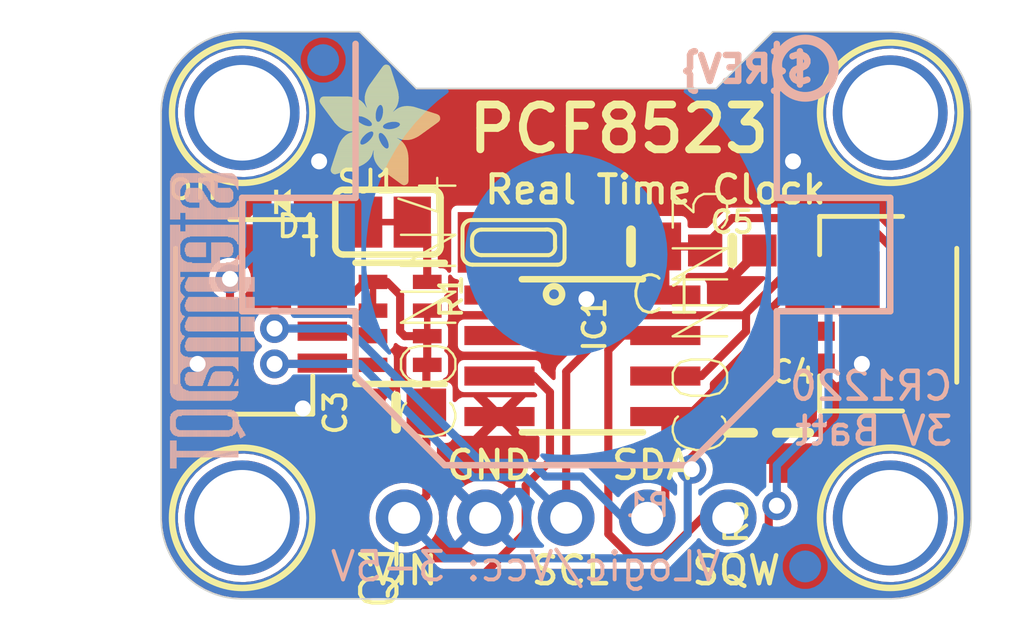
<source format=kicad_pcb>
(kicad_pcb (version 20221018) (generator pcbnew)
  (layers (0 "F.Cu" signal) (1 "In1.Cu" signal) (2 "In2.Cu" signal) (3 "In3.Cu" signal) (4 "In4.Cu" signal) (5 "In5.Cu" signal) (6 "In6.Cu" signal) (7 "In7.Cu" signal) (8 "In8.Cu" signal) (9 "In9.Cu" signal) (10 "In10.Cu" signal) (11 "In11.Cu" signal) (12 "In12.Cu" signal) (13 "In13.Cu" signal) (14 "In14.Cu" signal) (31 "B.Cu" signal) (34 "B.Paste" user) (35 "F.Paste" user) (36 "B.SilkS" user "B.Silkscreen") (37 "F.SilkS" user "F.Silkscreen") (38 "B.Mask" user) (39 "F.Mask" user) (44 "Edge.Cuts" user))
  (net 0 "")
  (net 1 "GND")
  (net 2 "VCC")
  (net 3 "SDA")
  (net 4 "SCL")
  (net 5 "N$14")
  (net 6 "N$15")
  (net 7 "VBAT")
  (net 8 "SQW")
  (net 9 "VDD")
  (net 10 "N$4")
  (net 11 "N$1")
  (footprint "working:MOUNTINGHOLE_3.0_PLATEDTHIN" (layer "F.Cu") (at 138.3411 98.6536)
    (fp_text reference "U$9" hide)
    (fp_text value "MOUNTINGHOLE3.0THIN" hide)
    (pad "P$1" thru_hole circle (at 0 0) (size 3.6 3.6) (drill 3) (layers "*.Cu" "*.Mask"))
    (zone (net 0) (net_name "") (layer "F.Cu") (connect_pads (clearance 0)) (min_thickness 0.25)
      (keepout (tracks not_allowed) (vias not_allowed) (pads not_allowed) (copperpour not_allowed) (footprints allowed))
      (fill (thermal_gap 0.5) (thermal_bridge_width 0.5))
      (polygon (pts (xy 140.3571 98.6536) (xy 140.33748 98.373027) (xy 140.279004 98.097915) (xy 140.182808 97.833619) (xy 140.050765 97.585283) (xy 139.885446 97.35774) (xy 139.690067 97.15542) (xy 139.468433 96.98226) (xy 139.224856 96.841631) (xy 138.964078 96.73627) (xy 138.691175 96.668228) (xy 138.411457 96.638828) (xy 138.130371 96.648644) (xy 137.853385 96.697484) (xy 137.585893 96.784397) (xy 137.3331 96.907693) (xy 137.099926 97.06497) (xy 136.890911 97.253169) (xy 136.710122 97.468625) (xy 136.561078 97.707145) (xy 136.44668 97.964087) (xy 136.369154 98.23445) (xy 136.330011 98.512971) (xy 136.330011 98.794229) (xy 136.369154 99.07275) (xy 136.44668 99.343113) (xy 136.561078 99.600055) (xy 136.710122 99.838575) (xy 136.890911 100.054031) (xy 137.099926 100.24223) (xy 137.3331 100.399507) (xy 137.585893 100.522803) (xy 137.853385 100.609716) (xy 138.130371 100.658556) (xy 138.411457 100.668372) (xy 138.691175 100.638972) (xy 138.964078 100.57093) (xy 139.224856 100.465569) (xy 139.468433 100.32494) (xy 139.690067 100.15178) (xy 139.885446 99.94946) (xy 140.050765 99.721917) (xy 140.182808 99.473581) (xy 140.279004 99.209285) (xy 140.33748 98.934173)))
      (polygon (pts (xy 138.3251 98.6536) (xy 138.329786 98.664914) (xy 138.3411 98.6696) (xy 138.352414 98.664914) (xy 138.3571 98.6536) (xy 138.352414 98.642286) (xy 138.3411 98.6376) (xy 138.329786 98.642286)))
    )
    (zone (net 0) (net_name "") (layer "B.Cu") (connect_pads (clearance 0)) (min_thickness 0.25)
      (keepout (tracks not_allowed) (vias not_allowed) (pads not_allowed) (copperpour not_allowed) (footprints allowed))
      (fill (thermal_gap 0.5) (thermal_bridge_width 0.5))
      (polygon (pts (xy 140.3571 98.6536) (xy 140.33748 98.373027) (xy 140.279004 98.097915) (xy 140.182808 97.833619) (xy 140.050765 97.585283) (xy 139.885446 97.35774) (xy 139.690067 97.15542) (xy 139.468433 96.98226) (xy 139.224856 96.841631) (xy 138.964078 96.73627) (xy 138.691175 96.668228) (xy 138.411457 96.638828) (xy 138.130371 96.648644) (xy 137.853385 96.697484) (xy 137.585893 96.784397) (xy 137.3331 96.907693) (xy 137.099926 97.06497) (xy 136.890911 97.253169) (xy 136.710122 97.468625) (xy 136.561078 97.707145) (xy 136.44668 97.964087) (xy 136.369154 98.23445) (xy 136.330011 98.512971) (xy 136.330011 98.794229) (xy 136.369154 99.07275) (xy 136.44668 99.343113) (xy 136.561078 99.600055) (xy 136.710122 99.838575) (xy 136.890911 100.054031) (xy 137.099926 100.24223) (xy 137.3331 100.399507) (xy 137.585893 100.522803) (xy 137.853385 100.609716) (xy 138.130371 100.658556) (xy 138.411457 100.668372) (xy 138.691175 100.638972) (xy 138.964078 100.57093) (xy 139.224856 100.465569) (xy 139.468433 100.32494) (xy 139.690067 100.15178) (xy 139.885446 99.94946) (xy 140.050765 99.721917) (xy 140.182808 99.473581) (xy 140.279004 99.209285) (xy 140.33748 98.934173)))
      (polygon (pts (xy 138.3251 98.6536) (xy 138.329786 98.664914) (xy 138.3411 98.6696) (xy 138.352414 98.664914) (xy 138.3571 98.6536) (xy 138.352414 98.642286) (xy 138.3411 98.6376) (xy 138.329786 98.642286)))
    )
  )
  (footprint "working:RESPACK_4X0603" (layer "F.Cu") (at 143.2941 105.2576 -90)
    (fp_text reference "R1" (at -1.6 -1.6 90) (layer "F.SilkS") (effects (font (size 0.692831 0.692831) (thickness 0.119969)) (justify right)))
    (fp_text value "10K")
    (pad "1" smd rect (at -1.3 0.85 270) (size 0.45 0.9) (layers "F.Cu" "F.Paste" "F.Mask") (net 2 "VCC"))
    (pad "2" smd rect (at -0.4 0.85 270) (size 0.45 0.9) (layers "F.Cu" "F.Paste" "F.Mask") (net 2 "VCC"))
    (pad "3" smd rect (at 0.4 0.85 270) (size 0.45 0.9) (layers "F.Cu" "F.Paste" "F.Mask") (net 3 "SDA"))
    (pad "4" smd rect (at 1.3 0.85 270) (size 0.45 0.9) (layers "F.Cu" "F.Paste" "F.Mask") (net 4 "SCL"))
    (pad "5" smd rect (at 1.3 -0.85 270) (size 0.45 0.9) (layers "F.Cu" "F.Paste" "F.Mask") (net 2 "VCC"))
    (pad "6" smd rect (at 0.4 -0.85 270) (size 0.45 0.9) (layers "F.Cu" "F.Paste" "F.Mask") (net 2 "VCC"))
    (pad "7" smd rect (at -0.4 -0.85 270) (size 0.45 0.9) (layers "F.Cu" "F.Paste" "F.Mask") (net 2 "VCC"))
    (pad "8" smd rect (at -1.3 -0.85 270) (size 0.45 0.9) (layers "F.Cu" "F.Paste" "F.Mask") (net 11 "N$1"))
  )
  (footprint "working:0603-NO" (layer "F.Cu") (at 153.7081 102.9716)
    (fp_text reference "C5" (at -0.762 -0.889) (layer "F.SilkS") (effects (font (size 0.692831 0.692831) (thickness 0.119969)) (justify left)))
    (fp_text value "0.1uF")
    (pad "1" smd rect (at -0.85 0) (size 1.075 1) (layers "F.Cu" "F.Paste" "F.Mask") (net 9 "VDD"))
    (pad "2" smd rect (at 0.85 0) (size 1.075 1) (layers "F.Cu" "F.Paste" "F.Mask") (net 1 "GND"))
  )
  (footprint "working:XTAL3215" (layer "F.Cu") (at 146.8501 102.7176 180)
    (fp_text reference "Q1" (at 4.191 -9.144 90) (layer "F.SilkS") (effects (font (size 1.139139 1.139139) (thickness 0.130861)) (justify right)))
    (fp_text value "32.768")
    (pad "P$1" smd rect (at 1.2 0 180) (size 1.1 1.9) (layers "F.Cu" "F.Paste" "F.Mask") (net 5 "N$14"))
    (pad "P$2" smd rect (at -1.2 0) (size 1.1 1.9) (layers "F.Cu" "F.Paste" "F.Mask") (net 6 "N$15"))
  )
  (footprint "working:MOUNTINGHOLE_3.0_PLATEDTHIN" (layer "F.Cu") (at 138.3411 111.3536)
    (fp_text reference "U$19" hide)
    (fp_text value "MOUNTINGHOLE3.0THIN" hide)
    (pad "P$1" thru_hole circle (at 0 0) (size 3.6 3.6) (drill 3) (layers "*.Cu" "*.Mask"))
    (zone (net 0) (net_name "") (layer "F.Cu") (connect_pads (clearance 0)) (min_thickness 0.25)
      (keepout (tracks not_allowed) (vias not_allowed) (pads not_allowed) (copperpour not_allowed) (footprints allowed))
      (fill (thermal_gap 0.5) (thermal_bridge_width 0.5))
      (polygon (pts (xy 140.3571 111.3536) (xy 140.33748 111.073027) (xy 140.279004 110.797915) (xy 140.182808 110.533619) (xy 140.050765 110.285283) (xy 139.885446 110.05774) (xy 139.690067 109.85542) (xy 139.468433 109.68226) (xy 139.224856 109.541631) (xy 138.964078 109.43627) (xy 138.691175 109.368228) (xy 138.411457 109.338828) (xy 138.130371 109.348644) (xy 137.853385 109.397484) (xy 137.585893 109.484397) (xy 137.3331 109.607693) (xy 137.099926 109.76497) (xy 136.890911 109.953169) (xy 136.710122 110.168625) (xy 136.561078 110.407145) (xy 136.44668 110.664087) (xy 136.369154 110.93445) (xy 136.330011 111.212971) (xy 136.330011 111.494229) (xy 136.369154 111.77275) (xy 136.44668 112.043113) (xy 136.561078 112.300055) (xy 136.710122 112.538575) (xy 136.890911 112.754031) (xy 137.099926 112.94223) (xy 137.3331 113.099507) (xy 137.585893 113.222803) (xy 137.853385 113.309716) (xy 138.130371 113.358556) (xy 138.411457 113.368372) (xy 138.691175 113.338972) (xy 138.964078 113.27093) (xy 139.224856 113.165569) (xy 139.468433 113.02494) (xy 139.690067 112.85178) (xy 139.885446 112.64946) (xy 140.050765 112.421917) (xy 140.182808 112.173581) (xy 140.279004 111.909285) (xy 140.33748 111.634173)))
      (polygon (pts (xy 138.3251 111.3536) (xy 138.329786 111.364914) (xy 138.3411 111.3696) (xy 138.352414 111.364914) (xy 138.3571 111.3536) (xy 138.352414 111.342286) (xy 138.3411 111.3376) (xy 138.329786 111.342286)))
    )
    (zone (net 0) (net_name "") (layer "B.Cu") (connect_pads (clearance 0)) (min_thickness 0.25)
      (keepout (tracks not_allowed) (vias not_allowed) (pads not_allowed) (copperpour not_allowed) (footprints allowed))
      (fill (thermal_gap 0.5) (thermal_bridge_width 0.5))
      (polygon (pts (xy 140.3571 111.3536) (xy 140.33748 111.073027) (xy 140.279004 110.797915) (xy 140.182808 110.533619) (xy 140.050765 110.285283) (xy 139.885446 110.05774) (xy 139.690067 109.85542) (xy 139.468433 109.68226) (xy 139.224856 109.541631) (xy 138.964078 109.43627) (xy 138.691175 109.368228) (xy 138.411457 109.338828) (xy 138.130371 109.348644) (xy 137.853385 109.397484) (xy 137.585893 109.484397) (xy 137.3331 109.607693) (xy 137.099926 109.76497) (xy 136.890911 109.953169) (xy 136.710122 110.168625) (xy 136.561078 110.407145) (xy 136.44668 110.664087) (xy 136.369154 110.93445) (xy 136.330011 111.212971) (xy 136.330011 111.494229) (xy 136.369154 111.77275) (xy 136.44668 112.043113) (xy 136.561078 112.300055) (xy 136.710122 112.538575) (xy 136.890911 112.754031) (xy 137.099926 112.94223) (xy 137.3331 113.099507) (xy 137.585893 113.222803) (xy 137.853385 113.309716) (xy 138.130371 113.358556) (xy 138.411457 113.368372) (xy 138.691175 113.338972) (xy 138.964078 113.27093) (xy 139.224856 113.165569) (xy 139.468433 113.02494) (xy 139.690067 112.85178) (xy 139.885446 112.64946) (xy 140.050765 112.421917) (xy 140.182808 112.173581) (xy 140.279004 111.909285) (xy 140.33748 111.634173)))
      (polygon (pts (xy 138.3251 111.3536) (xy 138.329786 111.364914) (xy 138.3411 111.3696) (xy 138.352414 111.364914) (xy 138.3571 111.3536) (xy 138.352414 111.342286) (xy 138.3411 111.3376) (xy 138.329786 111.342286)))
    )
  )
  (footprint "working:ADAFRUIT_3.5MM" (layer "F.Cu") (at 140.7541 100.9396)
    (fp_text reference "U$22" hide)
    (fp_text value "" hide)
  )
  (footprint "working:0603-NO" (layer "F.Cu") (at 153.9621 108.6866 -90)
    (fp_text reference "R3" (at 2.032 0.127 90) (layer "F.SilkS") (effects (font (size 0.692831 0.692831) (thickness 0.119969)) (justify right)))
    (fp_text value "1K")
    (pad "1" smd rect (at -0.85 0 270) (size 1.075 1) (layers "F.Cu" "F.Paste" "F.Mask") (net 2 "VCC"))
    (pad "2" smd rect (at 0.85 0 270) (size 1.075 1) (layers "F.Cu" "F.Paste" "F.Mask") (net 9 "VDD"))
  )
  (footprint "working:0805-NO" (layer "F.Cu") (at 150.5331 102.8446 180)
    (fp_text reference "C1" (at -2.286 -1.524) (layer "F.SilkS") (effects (font (size 1.176691 1.176691) (thickness 0.093309)) (justify right)))
    (fp_text value "10uF")
    (pad "1" smd rect (at -0.95 0 180) (size 1.24 1.5) (layers "F.Cu" "F.Paste" "F.Mask") (net 9 "VDD"))
    (pad "2" smd rect (at 0.95 0 180) (size 1.24 1.5) (layers "F.Cu" "F.Paste" "F.Mask") (net 1 "GND"))
  )
  (footprint "working:FIDUCIAL_1MM" (layer "F.Cu") (at 142.2781 109.8296)
    (fp_text reference "FID3" hide)
    (fp_text value "FIDUCIAL_1MM" hide)
    (pad "1" smd roundrect (at 0 0) (size 1 1) (layers "F.Cu" "F.Mask") (roundrect_rratio 0.5))
  )
  (footprint "working:SOIC8_150MIL" (layer "F.Cu") (at 149.0091 106.2736 -90)
    (fp_text reference "IC1" (at -1.905 -0.381 90) (layer "F.SilkS") (effects (font (size 0.692831 0.692831) (thickness 0.119969)) (justify right)))
    (fp_text value "RTC_PCF8523T")
    (pad "1" smd rect (at -1.905 2.6 270) (size 0.6 2.2) (layers "F.Cu" "F.Paste" "F.Mask") (net 5 "N$14"))
    (pad "2" smd rect (at -0.635 2.6 270) (size 0.6 2.2) (layers "F.Cu" "F.Paste" "F.Mask") (net 6 "N$15"))
    (pad "3" smd rect (at 0.635 2.6 270) (size 0.6 2.2) (layers "F.Cu" "F.Paste" "F.Mask") (net 7 "VBAT"))
    (pad "4" smd rect (at 1.905 2.6 270) (size 0.6 2.2) (layers "F.Cu" "F.Paste" "F.Mask") (net 1 "GND"))
    (pad "5" smd rect (at 1.905 -2.6 270) (size 0.6 2.2) (layers "F.Cu" "F.Paste" "F.Mask") (net 3 "SDA"))
    (pad "6" smd rect (at 0.635 -2.6 270) (size 0.6 2.2) (layers "F.Cu" "F.Paste" "F.Mask") (net 4 "SCL"))
    (pad "7" smd rect (at -0.635 -2.6 270) (size 0.6 2.2) (layers "F.Cu" "F.Paste" "F.Mask") (net 8 "SQW"))
    (pad "8" smd rect (at -1.905 -2.6 270) (size 0.6 2.2) (layers "F.Cu" "F.Paste" "F.Mask") (net 9 "VDD"))
  )
  (footprint "working:JST_SH4" (layer "F.Cu") (at 158.6611 105.0036 90)
    (fp_text reference "CONN3" (at -4.6 -5.9 90) (layer "F.SilkS") (effects (font (size 1.703222 1.703222) (thickness 0.074778)) (justify left)))
    (fp_text value "STEMMA_I2C_QT" hide)
    (pad "1" smd rect (at -1.5 -2.514 180) (size 1.55 0.6) (layers "F.Cu" "F.Paste" "F.Mask") (net 1 "GND"))
    (pad "2" smd rect (at -0.5 -2.514 180) (size 1.55 0.6) (layers "F.Cu" "F.Paste" "F.Mask") (net 2 "VCC"))
    (pad "3" smd rect (at 0.5 -2.514 180) (size 1.55 0.6) (layers "F.Cu" "F.Paste" "F.Mask") (net 3 "SDA"))
    (pad "4" smd rect (at 1.5 -2.514 180) (size 1.55 0.6) (layers "F.Cu" "F.Paste" "F.Mask") (net 4 "SCL"))
    (pad "MT1" smd rect (at -2.8 1.386 180) (size 1.8 1.2) (layers "F.Cu" "F.Paste" "F.Mask") (net 1 "GND"))
    (pad "MT2" smd rect (at 2.8 1.386 180) (size 1.8 1.2) (layers "F.Cu" "F.Paste" "F.Mask") (net 1 "GND"))
  )
  (footprint "working:JST_SH4" (layer "F.Cu") (at 138.3411 105.0036 -90)
    (fp_text reference "CONN4" (at -4.6 -5.9 90) (layer "F.SilkS") (effects (font (size 1.703222 1.703222) (thickness 0.074778)) (justify right)))
    (fp_text value "STEMMA_I2C_QT" hide)
    (pad "1" smd rect (at -1.5 -2.514) (size 1.55 0.6) (layers "F.Cu" "F.Paste" "F.Mask") (net 1 "GND"))
    (pad "2" smd rect (at -0.5 -2.514) (size 1.55 0.6) (layers "F.Cu" "F.Paste" "F.Mask") (net 2 "VCC"))
    (pad "3" smd rect (at 0.5 -2.514) (size 1.55 0.6) (layers "F.Cu" "F.Paste" "F.Mask") (net 3 "SDA"))
    (pad "4" smd rect (at 1.5 -2.514) (size 1.55 0.6) (layers "F.Cu" "F.Paste" "F.Mask") (net 4 "SCL"))
    (pad "MT1" smd rect (at -2.8 1.386) (size 1.8 1.2) (layers "F.Cu" "F.Paste" "F.Mask") (net 1 "GND"))
    (pad "MT2" smd rect (at 2.8 1.386) (size 1.8 1.2) (layers "F.Cu" "F.Paste" "F.Mask") (net 1 "GND"))
  )
  (footprint "working:SOLDERJUMPER_CLOSEDWIRE" (layer "F.Cu") (at 142.9131 102.0826)
    (fp_text reference "SJ1" (at -1.651 -1.27) (layer "F.SilkS") (effects (font (size 0.692831 0.692831) (thickness 0.119969)) (justify left)))
    (fp_text value "")
    (pad "1" smd rect (at -0.762 0) (size 1.1684 1.6002) (layers "F.Cu") (net 10 "N$4"))
    (pad "2" smd rect (at 0.762 0) (size 1.1684 1.6002) (layers "F.Cu") (net 11 "N$1"))
    (pad "WIRE" smd rect (at 0 0 180) (size 0.635 0.2032) (layers "F.Cu"))
  )
  (footprint "working:MOUNTINGHOLE_3.0_PLATEDTHIN" (layer "F.Cu") (at 158.6611 111.3536)
    (fp_text reference "U$21" hide)
    (fp_text value "MOUNTINGHOLE3.0THIN" hide)
    (pad "P$1" thru_hole circle (at 0 0) (size 3.6 3.6) (drill 3) (layers "*.Cu" "*.Mask"))
    (zone (net 0) (net_name "") (layer "F.Cu") (connect_pads (clearance 0)) (min_thickness 0.25)
      (keepout (tracks not_allowed) (vias not_allowed) (pads not_allowed) (copperpour not_allowed) (footprints allowed))
      (fill (thermal_gap 0.5) (thermal_bridge_width 0.5))
      (polygon (pts (xy 160.6771 111.3536) (xy 160.65748 111.073027) (xy 160.599004 110.797915) (xy 160.502808 110.533619) (xy 160.370765 110.285283) (xy 160.205446 110.05774) (xy 160.010067 109.85542) (xy 159.788433 109.68226) (xy 159.544856 109.541631) (xy 159.284078 109.43627) (xy 159.011175 109.368228) (xy 158.731457 109.338828) (xy 158.450371 109.348644) (xy 158.173385 109.397484) (xy 157.905893 109.484397) (xy 157.6531 109.607693) (xy 157.419926 109.76497) (xy 157.210911 109.953169) (xy 157.030122 110.168625) (xy 156.881078 110.407145) (xy 156.76668 110.664087) (xy 156.689154 110.93445) (xy 156.650011 111.212971) (xy 156.650011 111.494229) (xy 156.689154 111.77275) (xy 156.76668 112.043113) (xy 156.881078 112.300055) (xy 157.030122 112.538575) (xy 157.210911 112.754031) (xy 157.419926 112.94223) (xy 157.6531 113.099507) (xy 157.905893 113.222803) (xy 158.173385 113.309716) (xy 158.450371 113.358556) (xy 158.731457 113.368372) (xy 159.011175 113.338972) (xy 159.284078 113.27093) (xy 159.544856 113.165569) (xy 159.788433 113.02494) (xy 160.010067 112.85178) (xy 160.205446 112.64946) (xy 160.370765 112.421917) (xy 160.502808 112.173581) (xy 160.599004 111.909285) (xy 160.65748 111.634173)))
      (polygon (pts (xy 158.6451 111.3536) (xy 158.649786 111.364914) (xy 158.6611 111.3696) (xy 158.672414 111.364914) (xy 158.6771 111.3536) (xy 158.672414 111.342286) (xy 158.6611 111.3376) (xy 158.649786 111.342286)))
    )
    (zone (net 0) (net_name "") (layer "B.Cu") (connect_pads (clearance 0)) (min_thickness 0.25)
      (keepout (tracks not_allowed) (vias not_allowed) (pads not_allowed) (copperpour not_allowed) (footprints allowed))
      (fill (thermal_gap 0.5) (thermal_bridge_width 0.5))
      (polygon (pts (xy 160.6771 111.3536) (xy 160.65748 111.073027) (xy 160.599004 110.797915) (xy 160.502808 110.533619) (xy 160.370765 110.285283) (xy 160.205446 110.05774) (xy 160.010067 109.85542) (xy 159.788433 109.68226) (xy 159.544856 109.541631) (xy 159.284078 109.43627) (xy 159.011175 109.368228) (xy 158.731457 109.338828) (xy 158.450371 109.348644) (xy 158.173385 109.397484) (xy 157.905893 109.484397) (xy 157.6531 109.607693) (xy 157.419926 109.76497) (xy 157.210911 109.953169) (xy 157.030122 110.168625) (xy 156.881078 110.407145) (xy 156.76668 110.664087) (xy 156.689154 110.93445) (xy 156.650011 111.212971) (xy 156.650011 111.494229) (xy 156.689154 111.77275) (xy 156.76668 112.043113) (xy 156.881078 112.300055) (xy 157.030122 112.538575) (xy 157.210911 112.754031) (xy 157.419926 112.94223) (xy 157.6531 113.099507) (xy 157.905893 113.222803) (xy 158.173385 113.309716) (xy 158.450371 113.358556) (xy 158.731457 113.368372) (xy 159.011175 113.338972) (xy 159.284078 113.27093) (xy 159.544856 113.165569) (xy 159.788433 113.02494) (xy 160.010067 112.85178) (xy 160.205446 112.64946) (xy 160.370765 112.421917) (xy 160.502808 112.173581) (xy 160.599004 111.909285) (xy 160.65748 111.634173)))
      (polygon (pts (xy 158.6451 111.3536) (xy 158.649786 111.364914) (xy 158.6611 111.3696) (xy 158.672414 111.364914) (xy 158.6771 111.3536) (xy 158.672414 111.342286) (xy 158.6611 111.3376) (xy 158.649786 111.342286)))
    )
  )
  (footprint "working:0805-NO" (layer "F.Cu") (at 155.6131 108.6866 90)
    (fp_text reference "C4" (at 1.905 -0.762) (layer "F.SilkS") (effects (font (size 0.692831 0.692831) (thickness 0.119969)) (justify left)))
    (fp_text value "10uF")
    (pad "1" smd rect (at -0.95 0 90) (size 1.24 1.5) (layers "F.Cu" "F.Paste" "F.Mask") (net 9 "VDD"))
    (pad "2" smd rect (at 0.95 0 90) (size 1.24 1.5) (layers "F.Cu" "F.Paste" "F.Mask") (net 1 "GND"))
  )
  (footprint "working:FIDUCIAL_1MM" (layer "F.Cu") (at 155.3591 97.3836)
    (fp_text reference "FID4" hide)
    (fp_text value "FIDUCIAL_1MM" hide)
    (pad "1" smd roundrect (at 0 0) (size 1 1) (layers "F.Cu" "F.Mask") (roundrect_rratio 0.5))
  )
  (footprint "working:CHIPLED_0603_NOOUTLINE" (layer "F.Cu") (at 139.6111 101.4476 90)
    (fp_text reference "D1" (at -0.762 1.27) (layer "F.SilkS") (effects (font (size 0.692831 0.692831) (thickness 0.119969)) (justify right)))
    (fp_text value "GREEN")
    (pad "A" smd rect (at 0 0.75 90) (size 0.8 0.8) (layers "F.Cu" "F.Paste" "F.Mask") (net 10 "N$4"))
    (pad "C" smd rect (at 0 -0.75 90) (size 0.8 0.8) (layers "F.Cu" "F.Paste" "F.Mask") (net 1 "GND"))
  )
  (footprint "working:0805-NO" (layer "F.Cu") (at 143.1671 108.0516 180)
    (fp_text reference "C3" (at 1.905 -0.762 90) (layer "F.SilkS") (effects (font (size 0.692831 0.692831) (thickness 0.119969)) (justify left)))
    (fp_text value "10uF")
    (pad "1" smd rect (at -0.95 0 180) (size 1.24 1.5) (layers "F.Cu" "F.Paste" "F.Mask") (net 2 "VCC"))
    (pad "2" smd rect (at 0.95 0 180) (size 1.24 1.5) (layers "F.Cu" "F.Paste" "F.Mask") (net 1 "GND"))
  )
  (footprint "working:MOUNTINGHOLE_3.0_PLATEDTHIN" (layer "F.Cu") (at 158.6611 98.6536)
    (fp_text reference "U$17" hide)
    (fp_text value "MOUNTINGHOLE3.0THIN" hide)
    (pad "P$1" thru_hole circle (at 0 0) (size 3.6 3.6) (drill 3) (layers "*.Cu" "*.Mask"))
    (zone (net 0) (net_name "") (layer "F.Cu") (connect_pads (clearance 0)) (min_thickness 0.25)
      (keepout (tracks not_allowed) (vias not_allowed) (pads not_allowed) (copperpour not_allowed) (footprints allowed))
      (fill (thermal_gap 0.5) (thermal_bridge_width 0.5))
      (polygon (pts (xy 160.6771 98.6536) (xy 160.65748 98.373027) (xy 160.599004 98.097915) (xy 160.502808 97.833619) (xy 160.370765 97.585283) (xy 160.205446 97.35774) (xy 160.010067 97.15542) (xy 159.788433 96.98226) (xy 159.544856 96.841631) (xy 159.284078 96.73627) (xy 159.011175 96.668228) (xy 158.731457 96.638828) (xy 158.450371 96.648644) (xy 158.173385 96.697484) (xy 157.905893 96.784397) (xy 157.6531 96.907693) (xy 157.419926 97.06497) (xy 157.210911 97.253169) (xy 157.030122 97.468625) (xy 156.881078 97.707145) (xy 156.76668 97.964087) (xy 156.689154 98.23445) (xy 156.650011 98.512971) (xy 156.650011 98.794229) (xy 156.689154 99.07275) (xy 156.76668 99.343113) (xy 156.881078 99.600055) (xy 157.030122 99.838575) (xy 157.210911 100.054031) (xy 157.419926 100.24223) (xy 157.6531 100.399507) (xy 157.905893 100.522803) (xy 158.173385 100.609716) (xy 158.450371 100.658556) (xy 158.731457 100.668372) (xy 159.011175 100.638972) (xy 159.284078 100.57093) (xy 159.544856 100.465569) (xy 159.788433 100.32494) (xy 160.010067 100.15178) (xy 160.205446 99.94946) (xy 160.370765 99.721917) (xy 160.502808 99.473581) (xy 160.599004 99.209285) (xy 160.65748 98.934173)))
      (polygon (pts (xy 158.6451 98.6536) (xy 158.649786 98.664914) (xy 158.6611 98.6696) (xy 158.672414 98.664914) (xy 158.6771 98.6536) (xy 158.672414 98.642286) (xy 158.6611 98.6376) (xy 158.649786 98.642286)))
    )
    (zone (net 0) (net_name "") (layer "B.Cu") (connect_pads (clearance 0)) (min_thickness 0.25)
      (keepout (tracks not_allowed) (vias not_allowed) (pads not_allowed) (copperpour not_allowed) (footprints allowed))
      (fill (thermal_gap 0.5) (thermal_bridge_width 0.5))
      (polygon (pts (xy 160.6771 98.6536) (xy 160.65748 98.373027) (xy 160.599004 98.097915) (xy 160.502808 97.833619) (xy 160.370765 97.585283) (xy 160.205446 97.35774) (xy 160.010067 97.15542) (xy 159.788433 96.98226) (xy 159.544856 96.841631) (xy 159.284078 96.73627) (xy 159.011175 96.668228) (xy 158.731457 96.638828) (xy 158.450371 96.648644) (xy 158.173385 96.697484) (xy 157.905893 96.784397) (xy 157.6531 96.907693) (xy 157.419926 97.06497) (xy 157.210911 97.253169) (xy 157.030122 97.468625) (xy 156.881078 97.707145) (xy 156.76668 97.964087) (xy 156.689154 98.23445) (xy 156.650011 98.512971) (xy 156.650011 98.794229) (xy 156.689154 99.07275) (xy 156.76668 99.343113) (xy 156.881078 99.600055) (xy 157.030122 99.838575) (xy 157.210911 100.054031) (xy 157.419926 100.24223) (xy 157.6531 100.399507) (xy 157.905893 100.522803) (xy 158.173385 100.609716) (xy 158.450371 100.658556) (xy 158.731457 100.668372) (xy 159.011175 100.638972) (xy 159.284078 100.57093) (xy 159.544856 100.465569) (xy 159.788433 100.32494) (xy 160.010067 100.15178) (xy 160.205446 99.94946) (xy 160.370765 99.721917) (xy 160.502808 99.473581) (xy 160.599004 99.209285) (xy 160.65748 98.934173)))
      (polygon (pts (xy 158.6451 98.6536) (xy 158.649786 98.664914) (xy 158.6611 98.6696) (xy 158.672414 98.664914) (xy 158.6771 98.6536) (xy 158.672414 98.642286) (xy 158.6611 98.6376) (xy 158.649786 98.642286)))
    )
  )
  (footprint "working:1X05_ROUND_70" (layer "F.Cu") (at 148.5011 111.3536 180)
    (fp_text reference "JP2" hide)
    (fp_text value "")
    (pad "1" thru_hole circle (at -5.08 0 270) (size 1.778 1.778) (drill 1) (layers "*.Cu" "*.Mask") (net 8 "SQW"))
    (pad "2" thru_hole circle (at -2.54 0 270) (size 1.778 1.778) (drill 1) (layers "*.Cu" "*.Mask") (net 3 "SDA"))
    (pad "3" thru_hole circle (at 0 0 270) (size 1.778 1.778) (drill 1) (layers "*.Cu" "*.Mask") (net 4 "SCL"))
    (pad "4" thru_hole circle (at 2.54 0 270) (size 1.778 1.778) (drill 1) (layers "*.Cu" "*.Mask") (net 1 "GND"))
    (pad "5" thru_hole circle (at 5.08 0 270) (size 1.778 1.778) (drill 1) (layers "*.Cu" "*.Mask") (net 2 "VCC"))
  )
  (footprint "working:FIDUCIAL_1MM" (layer "B.Cu") (at 155.9941 112.8776 180)
    (fp_text reference "FID2" hide)
    (fp_text value "FIDUCIAL_1MM" hide)
    (pad "1" smd roundrect (at 0 0 180) (size 1 1) (layers "B.Cu" "B.Mask") (roundrect_rratio 0.5))
  )
  (footprint "working:CR1220" (layer "B.Cu") (at 148.5011 103.0986 180)
    (fp_text reference "B1" (at -3.302 -7.86) (layer "B.SilkS") (effects (font (size 0.692831 0.692831) (thickness 0.119969)) (justify left mirror)))
    (fp_text value "CR1220")
    (pad "+$1" smd rect (at -8.2254 0 180) (size 3.2 3.2) (layers "B.Cu" "B.Paste" "B.Mask") (net 7 "VBAT"))
    (pad "+$2" smd rect (at 8.2254 0 180) (size 3.2 3.2) (layers "B.Cu" "B.Paste" "B.Mask") (net 7 "VBAT"))
    (pad "-" smd roundrect (at 0 0 180) (size 6.35 6.35) (layers "B.Cu" "B.Mask") (roundrect_rratio 0.5) (net 1 "GND"))
    (zone (net 0) (net_name "") (layer "B.Cu") (connect_pads (clearance 0)) (min_thickness 0.25)
      (keepout (tracks not_allowed) (vias not_allowed) (pads not_allowed) (copperpour not_allowed) (footprints allowed))
      (fill (thermal_gap 0.5) (thermal_bridge_width 0.5))
      (polygon (pts (xy 142.218985 103.0986) (xy 142.238844 102.599485) (xy 142.298295 102.103525) (xy 142.396961 101.613857) (xy 142.534221 101.133576) (xy 142.709204 100.665718) (xy 142.920806 100.213242) (xy 143.167689 99.779007) (xy 143.448291 99.365761) (xy 143.760838 98.976114) (xy 144.103355 98.612532) (xy 144.473676 98.277311) (xy 144.86946 97.972573) (xy 145.288204 97.700242) (xy 145.72726 97.462042) (xy 146.183854 97.259478) (xy 146.655099 97.093831) (xy 147.138014 96.966148) (xy 147.629547 96.877236) (xy 148.126591 96.827658) (xy 148.626002 96.817727) (xy 149.124624 96.847505) (xy 149.619303 96.916805) (xy 150.106913 97.025188) (xy 150.58437 97.171969) (xy 151.048657 97.35622) (xy 151.496836 97.576777) (xy 151.926076 97.832244) (xy 152.333662 98.121007) (xy 152.717018 98.441239) (xy 153.073718 98.790917) (xy 153.40151 99.16783) (xy 153.698319 99.569594) (xy 153.96227 99.99367) (xy 154.191694 100.437376) (xy 154.385139 100.897907) (xy 154.541384 101.372352) (xy 154.659441 101.85771) (xy 154.738562 102.350914) (xy 154.778248 102.848845) (xy 154.778248 103.348355) (xy 154.738562 103.846286) (xy 154.659441 104.33949) (xy 154.541384 104.824848) (xy 154.385139 105.299293) (xy 154.191694 105.759824) (xy 153.96227 106.20353) (xy 153.698319 106.627606) (xy 153.40151 107.02937) (xy 153.073718 107.406283) (xy 152.717018 107.755961) (xy 152.333662 108.076193) (xy 151.926076 108.364956) (xy 151.496836 108.620423) (xy 151.048657 108.84098) (xy 150.58437 109.025231) (xy 150.106913 109.172012) (xy 149.619303 109.280395) (xy 149.124624 109.349695) (xy 148.626002 109.379473) (xy 148.126591 109.369542) (xy 147.629547 109.319964) (xy 147.138014 109.231052) (xy 146.655099 109.103369) (xy 146.183854 108.937722) (xy 145.72726 108.735158) (xy 145.288204 108.496958) (xy 144.86946 108.224627) (xy 144.473676 107.919889) (xy 144.103355 107.584668) (xy 143.760838 107.221086) (xy 143.448291 106.831439) (xy 143.167689 106.418193) (xy 142.920806 105.983958) (xy 142.709204 105.531482) (xy 142.534221 105.063624) (xy 142.396961 104.583343) (xy 142.298295 104.093675) (xy 142.238844 103.597715)))
    )
  )
  (footprint "working:PCBFEAT-REV-040" (layer "B.Cu") (at 155.9941 97.2566 180)
    (fp_text reference "U$25" hide)
    (fp_text value "" hide)
    (fp_text user "${REV}" (at -0.3556 -0.508) (layer "B.SilkS") (effects (font (size 0.8128 0.8128) (thickness 0.2032)) (justify left bottom mirror)))
  )
  (footprint "working:FIDUCIAL_1MM" (layer "B.Cu") (at 140.8811 97.0026 180)
    (fp_text reference "FID1" hide)
    (fp_text value "FIDUCIAL_1MM" hide)
    (pad "1" smd roundrect (at 0 0 180) (size 1 1) (layers "B.Cu" "B.Mask") (roundrect_rratio 0.5))
  )
  (footprint "working:STEMMAQT" (layer "B.Cu") (at 138.7221 100.5586 -90)
    (fp_text reference "U$31" hide)
    (fp_text value "" hide)
  )
  (gr_line (start 143.8021 97.8916) (end 142.0241 96.1136) (stroke (width 0.05)) (layer "Edge.Cuts"))
  (gr_arc (start 135.8011 98.6536) (mid 136.545049 96.857549) (end 138.3411 96.1136) (stroke (width 0.05)) (layer "Edge.Cuts"))
  (gr_line (start 161.2011 111.3536) (end 161.2011 98.6536) (stroke (width 0.05)) (layer "Edge.Cuts"))
  (gr_line (start 142.0241 96.1136) (end 138.3411 96.1136) (stroke (width 0.05)) (layer "Edge.Cuts"))
  (gr_arc (start 158.6611 96.1136) (mid 160.457151 96.857549) (end 161.2011 98.6536) (stroke (width 0.05)) (layer "Edge.Cuts"))
  (gr_line (start 153.2001 97.8916) (end 143.8021 97.8916) (stroke (width 0.05)) (layer "Edge.Cuts"))
  (gr_arc (start 161.2011 111.3536) (mid 160.457151 113.149651) (end 158.6611 113.8936) (stroke (width 0.05)) (layer "Edge.Cuts"))
  (gr_line (start 154.9781 96.1136) (end 153.2001 97.8916) (stroke (width 0.05)) (layer "Edge.Cuts"))
  (gr_line (start 158.6611 96.1136) (end 154.9781 96.1136) (stroke (width 0.05)) (layer "Edge.Cuts"))
  (gr_line (start 138.3411 113.8936) (end 158.6611 113.8936) (stroke (width 0.05)) (layer "Edge.Cuts"))
  (gr_line (start 135.8011 98.6536) (end 135.8011 111.3536) (stroke (width 0.05)) (layer "Edge.Cuts"))
  (gr_arc (start 138.3411 113.8936) (mid 136.545049 113.149651) (end 135.8011 111.3536) (stroke (width 0.05)) (layer "Edge.Cuts"))
  (gr_text "CR1220\n3V Batt" (at 160.6931 107.9246) (layer "B.SilkS") (effects (font (size 0.87376 0.87376) (thickness 0.14224)) (justify left mirror)))
  (gr_text "VLogic/Vcc: 3-5V" (at 147.2311 112.8776) (layer "B.SilkS") (effects (font (size 0.89408 0.89408) (thickness 0.12192)) (justify mirror)))
  (gr_text "SCL" (at 148.6281 113.0046) (layer "F.SilkS") (effects (font (size 0.87376 0.87376) (thickness 0.14224))))
  (gr_text "Real Time Clock" (at 151.2951 101.0666) (layer "F.SilkS") (effects (font (size 0.8636 0.8636) (thickness 0.1524))))
  (gr_text "VIN" (at 143.4211 113.0046) (layer "F.SilkS") (effects (font (size 0.87376 0.87376) (thickness 0.14224))))
  (gr_text "SQW" (at 153.8351 113.0046) (layer "F.SilkS") (effects (font (size 0.87376 0.87376) (thickness 0.14224))))
  (gr_text "on" (at 135.9281 101.4476) (layer "F.SilkS") (effects (font (size 0.89408 0.89408) (thickness 0.12192)) (justify left bottom)))
  (gr_text "SDA" (at 151.1681 109.7026) (layer "F.SilkS") (effects (font (size 0.87376 0.87376) (thickness 0.14224))))
  (gr_text "GND" (at 146.0881 109.7026) (layer "F.SilkS") (effects (font (size 0.87376 0.87376) (thickness 0.14224))))
  (gr_text "PCF8523" (at 150.1521 99.1616) (layer "F.SilkS") (effects (font (size 1.40335 1.40335) (thickness 0.24765))))
  (via (at 155.6131 100.1776) (size 0.9064) (drill 0.5) (layers "F.Cu" "B.Cu") (net 1))
  (via (at 140.2461 107.9246) (size 0.9064) (drill 0.5) (layers "F.Cu" "B.Cu") (net 1))
  (via (at 149.1361 104.4956) (size 0.9064) (drill 0.5) (layers "F.Cu" "B.Cu") (net 1))
  (via (at 140.7541 100.1776) (size 0.9064) (drill 0.5) (layers "F.Cu" "B.Cu") (net 1))
  (via (at 136.9441 106.5276) (size 0.9064) (drill 0.5) (layers "F.Cu" "B.Cu") (net 1))
  (via (at 157.7721 106.5276) (size 0.9064) (drill 0.5) (layers "F.Cu" "B.Cu") (net 1))
  (segment (start 149.1361 103.0986) (end 149.1361 104.4956) (width 0.254) (layer "B.Cu") (net 1))
  (segment (start 148.5011 103.0986) (end 149.1361 103.0986) (width 0.254) (layer "B.Cu") (net 1))
  (segment (start 144.1171 110.6576) (end 144.1171 108.0516) (width 0.254) (layer "F.Cu") (net 2))
  (segment (start 144.1441 106.5576) (end 144.1171 106.5846) (width 0.254) (layer "F.Cu") (net 2))
  (segment (start 152.4381 109.8296) (end 152.4381 109.4486) (width 0.254) (layer "F.Cu") (net 2))
  (segment (start 143.4401 105.6576) (end 144.1441 105.6576) (width 0.254) (layer "F.Cu") (net 2))
  (segment (start 142.1811 103.9576) (end 141.6351 104.5036) (width 0.254) (layer "F.Cu") (net 2))
  (segment (start 155.437206 105.5036) (end 156.1471 105.5036) (width 0.254) (layer "F.Cu") (net 2))
  (segment (start 144.1171 106.5846) (end 144.1171 108.0516) (width 0.254) (layer "F.Cu") (net 2))
  (segment (start 153.9621 107.9246) (end 153.9621 107.8366) (width 0.254) (layer "F.Cu") (net 2))
  (segment (start 142.4441 103.9576) (end 142.1811 103.9576) (width 0.254) (layer "F.Cu") (net 2))
  (segment (start 144.1171 110.6576) (end 143.4211 111.3536) (width 0.254) (layer "F.Cu") (net 2))
  (segment (start 142.8831 103.9576) (end 143.2941 104.3686) (width 0.254) (layer "F.Cu") (net 2))
  (segment (start 142.4441 103.9576) (end 142.8831 103.9576) (width 0.254) (layer "F.Cu") (net 2))
  (segment (start 144.1441 104.8576) (end 144.1441 105.6576) (width 0.2032) (layer "F.Cu") (net 2))
  (segment (start 152.4381 109.4486) (end 153.9621 107.9246) (width 0.254) (layer "F.Cu") (net 2))
  (segment (start 143.2941 105.5116) (end 143.4401 105.6576) (width 0.254) (layer "F.Cu") (net 2))
  (segment (start 153.9621 106.978707) (end 155.437206 105.5036) (width 0.254) (layer "F.Cu") (net 2))
  (segment (start 142.4441 103.9576) (end 142.4441 104.8576) (width 0.2032) (layer "F.Cu") (net 2))
  (segment (start 144.1441 106.5576) (end 144.1441 105.6576) (width 0.254) (layer "F.Cu") (net 2))
  (segment (start 143.2941 104.3686) (end 143.2941 105.5116) (width 0.254) (layer "F.Cu") (net 2))
  (segment (start 141.6351 104.5036) (end 140.8551 104.5036) (width 0.254) (layer "F.Cu") (net 2))
  (segment (start 153.9621 107.8366) (end 153.9621 106.978707) (width 0.254) (layer "F.Cu") (net 2))
  (via (at 152.4381 109.8296) (size 0.9064) (drill 0.5) (layers "F.Cu" "B.Cu") (net 2))
  (segment (start 152.3111 109.9566) (end 152.4381 109.8296) (width 0.254) (layer "B.Cu") (net 2))
  (segment (start 152.3111 111.8616) (end 152.3111 109.9566) (width 0.254) (layer "B.Cu") (net 2))
  (segment (start 144.6911 112.6236) (end 151.5491 112.6236) (width 0.254) (layer "B.Cu") (net 2))
  (segment (start 143.4211 111.3536) (end 144.6911 112.6236) (width 0.254) (layer "B.Cu") (net 2))
  (segment (start 151.5491 112.6236) (end 152.3111 111.8616) (width 0.254) (layer "B.Cu") (net 2))
  (segment (start 142.2901 105.5036) (end 142.4441 105.6576) (width 0.254) (layer "F.Cu") (net 3))
  (segment (start 140.8551 105.5036) (end 142.2901 105.5036) (width 0.254) (layer "F.Cu") (net 3))
  (segment (start 140.8551 105.5036) (end 140.7695 105.418) (width 0.254) (layer "F.Cu") (net 3))
  (segment (start 154.5971 105.1306) (end 155.2241 104.5036) (width 0.254) (layer "F.Cu") (net 3))
  (segment (start 151.0411 111.3536) (end 151.3551 111.3536) (width 0.254) (layer "F.Cu") (net 3))
  (segment (start 140.7695 105.418) (end 139.3571 105.418) (width 0.254) (layer "F.Cu") (net 3))
  (segment (start 151.6091 108.1786) (end 152.3111 108.1786) (width 0.254) (layer "F.Cu") (net 3))
  (segment (start 151.6091 111.0996) (end 151.3551 111.3536) (width 0.254) (layer "F.Cu") (net 3))
  (segment (start 152.3111 108.1786) (end 153.1319 107.3578) (width 0.254) (layer "F.Cu") (net 3))
  (segment (start 153.1319 107.3578) (end 153.1319 107.162325) (width 0.254) (layer "F.Cu") (net 3))
  (segment (start 153.1319 107.162325) (end 154.5971 105.697125) (width 0.254) (layer "F.Cu") (net 3))
  (segment (start 155.2241 104.5036) (end 156.1471 104.5036) (width 0.254) (layer "F.Cu") (net 3))
  (segment (start 154.5971 105.697125) (end 154.5971 105.1306) (width 0.254) (layer "F.Cu") (net 3))
  (segment (start 151.6091 108.1786) (end 151.6091 111.0996) (width 0.254) (layer "F.Cu") (net 3))
  (via (at 139.3571 105.418) (size 0.9064) (drill 0.5) (layers "F.Cu" "B.Cu") (net 3))
  (segment (start 148.9837 110.0582) (end 150.2791 111.3536) (width 0.254) (layer "B.Cu") (net 3))
  (segment (start 147.852281 110.0582) (end 148.9837 110.0582) (width 0.254) (layer "B.Cu") (net 3))
  (segment (start 150.2791 111.3536) (end 151.0411 111.3536) (width 0.254) (layer "B.Cu") (net 3))
  (segment (start 145.8515 109.6264) (end 147.420481 109.6264) (width 0.254) (layer "B.Cu") (net 3))
  (segment (start 145.8515 109.6264) (end 141.6431 105.418) (width 0.254) (layer "B.Cu") (net 3))
  (segment (start 147.420481 109.6264) (end 147.852281 110.0582) (width 0.254) (layer "B.Cu") (net 3))
  (segment (start 139.3571 105.418) (end 141.6431 105.418) (width 0.254) (layer "B.Cu") (net 3))
  (segment (start 142.3901 106.5036) (end 142.4441 106.5576) (width 0.254) (layer "F.Cu") (net 4))
  (segment (start 150.5283 105.0084) (end 150.5331 105.0036) (width 0.254) (layer "F.Cu") (net 4))
  (segment (start 152.739043 106.9086) (end 154.1399 105.507744) (width 0.254) (layer "F.Cu") (net 4))
  (segment (start 140.8551 106.5036) (end 140.8311 106.5276) (width 0.254) (layer "F.Cu") (net 4))
  (segment (start 148.5011 106.770019) (end 150.262718 105.0084) (width 0.254) (layer "F.Cu") (net 4))
  (segment (start 140.8311 106.5276) (end 139.3571 106.5276) (width 0.254) (layer "F.Cu") (net 4))
  (segment (start 148.5011 111.3536) (end 148.5011 106.770019) (width 0.254) (layer "F.Cu") (net 4))
  (segment (start 151.6091 106.9086) (end 152.739043 106.9086) (width 0.254) (layer "F.Cu") (net 4))
  (segment (start 154.1399 105.507744) (end 154.1399 105.0036) (width 0.254) (layer "F.Cu") (net 4))
  (segment (start 154.1399 105.0036) (end 154.1399 104.941219) (width 0.254) (layer "F.Cu") (net 4))
  (segment (start 155.577518 103.5036) (end 156.1471 103.5036) (width 0.254) (layer "F.Cu") (net 4))
  (segment (start 154.1399 104.941219) (end 155.577518 103.5036) (width 0.254) (layer "F.Cu") (net 4))
  (segment (start 150.262718 105.0084) (end 150.5283 105.0084) (width 0.254) (layer "F.Cu") (net 4))
  (segment (start 150.5331 105.0036) (end 154.1399 105.0036) (width 0.254) (layer "F.Cu") (net 4))
  (segment (start 140.8551 106.5036) (end 142.3901 106.5036) (width 0.254) (layer "F.Cu") (net 4))
  (via (at 139.3571 106.5276) (size 0.9064) (drill 0.5) (layers "F.Cu" "B.Cu") (net 4))
  (segment (start 139.3571 106.5276) (end 142.0241 106.5276) (width 0.254) (layer "B.Cu") (net 4))
  (segment (start 148.5011 111.3536) (end 147.2311 110.0836) (width 0.254) (layer "B.Cu") (net 4))
  (segment (start 147.2311 110.0836) (end 145.5801 110.0836) (width 0.254) (layer "B.Cu") (net 4))
  (segment (start 145.5801 110.0836) (end 142.0241 106.5276) (width 0.254) (layer "B.Cu") (net 4))
  (segment (start 145.6501 103.6096) (end 146.4091 104.3686) (width 0.254) (layer "F.Cu") (net 5))
  (segment (start 145.6501 102.7176) (end 145.6501 103.6096) (width 0.254) (layer "F.Cu") (net 5))
  (segment (start 148.0501 102.7176) (end 148.0501 105.3276) (width 0.254) (layer "F.Cu") (net 6))
  (segment (start 147.7391 105.6386) (end 146.4091 105.6386) (width 0.254) (layer "F.Cu") (net 6))
  (segment (start 148.0501 105.3276) (end 147.7391 105.6386) (width 0.254) (layer "F.Cu") (net 6))
  (segment (start 137.9601 106.7816) (end 137.9601 103.8606) (width 0.254) (layer "F.Cu") (net 7))
  (segment (start 153.6319 113.0808) (end 154.8511 111.8616) (width 0.254) (layer "F.Cu") (net 7))
  (segment (start 154.8511 111.2266) (end 155.1051 110.9726) (width 0.254) (layer "F.Cu") (net 7))
  (segment (start 145.958112 113.0808) (end 141.3383 113.0808) (width 0.254) (layer "F.Cu") (net 7))
  (segment (start 145.958112 113.0808) (end 153.6319 113.0808) (width 0.254) (layer "F.Cu") (net 7))
  (segment (start 147.9931 109.5756) (end 147.2311 110.3376) (width 0.254) (layer "F.Cu") (net 7))
  (segment (start 140.6793 112.4218) (end 140.6793 110.385082) (width 0.254) (layer "F.Cu") (net 7))
  (segment (start 147.9931 107.4166) (end 147.9931 109.5756) (width 0.254) (layer "F.Cu") (net 7))
  (segment (start 147.2311 111.807813) (end 145.958112 113.0808) (width 0.254) (layer "F.Cu") (net 7))
  (segment (start 140.6793 110.385082) (end 138.2141 107.919882) (width 0.254) (layer "F.Cu") (net 7))
  (segment (start 147.2311 110.3376) (end 147.2311 111.807813) (width 0.254) (layer "F.Cu") (net 7))
  (segment (start 147.4851 106.9086) (end 147.9931 107.4166) (width 0.254) (layer "F.Cu") (net 7))
  (segment (start 141.3383 113.0808) (end 140.6793 112.4218) (width 0.254) (layer "F.Cu") (net 7))
  (segment (start 146.4091 106.9086) (end 147.4851 106.9086) (width 0.254) (layer "F.Cu") (net 7))
  (segment (start 154.8511 111.2266) (end 154.8511 111.8616) (width 0.254) (layer "F.Cu") (net 7))
  (segment (start 138.2141 107.0356) (end 137.9601 106.7816) (width 0.254) (layer "F.Cu") (net 7))
  (segment (start 138.2141 107.919882) (end 138.2141 107.0356) (width 0.254) (layer "F.Cu") (net 7))
  (via (at 137.9601 103.8606) (size 0.9064) (drill 0.5) (layers "F.Cu" "B.Cu") (net 7))
  (via (at 155.1051 110.9726) (size 0.9064) (drill 0.5) (layers "F.Cu" "B.Cu") (net 7))
  (segment (start 138.7221 103.0986) (end 140.2757 103.0986) (width 0.254) (layer "B.Cu") (net 7))
  (segment (start 156.7265 108.0812) (end 156.7265 103.0986) (width 0.254) (layer "B.Cu") (net 7))
  (segment (start 155.1051 109.7026) (end 156.7265 108.0812) (width 0.254) (layer "B.Cu") (net 7))
  (segment (start 155.1051 110.9726) (end 155.1051 109.7026) (width 0.254) (layer "B.Cu") (net 7))
  (segment (start 137.9601 103.8606) (end 138.7221 103.0986) (width 0.254) (layer "B.Cu") (net 7))
  (segment (start 151.6091 105.6386) (end 150.2791 105.6386) (width 0.254) (layer "F.Cu") (net 8))
  (segment (start 149.8219 111.858613) (end 150.536087 112.5728) (width 0.254) (layer "F.Cu") (net 8))
  (segment (start 150.536087 112.5728) (end 151.546112 112.5728) (width 0.254) (layer "F.Cu") (net 8))
  (segment (start 150.2791 105.6386) (end 149.8219 106.0958) (width 0.254) (layer "F.Cu") (net 8))
  (segment (start 149.8219 106.0958) (end 149.8219 111.858613) (width 0.254) (layer "F.Cu") (net 8))
  (segment (start 152.765312 111.3536) (end 153.5811 111.3536) (width 0.254) (layer "F.Cu") (net 8))
  (segment (start 151.546112 112.5728) (end 152.765312 111.3536) (width 0.254) (layer "F.Cu") (net 8))
  (segment (start 152.8581 102.8446) (end 152.8581 102.9716) (width 0.254) (layer "F.Cu") (net 9))
  (segment (start 155.5131 109.5366) (end 155.6131 109.6366) (width 0.254) (layer "F.Cu") (net 9))
  (segment (start 153.9621 109.5366) (end 155.5131 109.5366) (width 0.254) (layer "F.Cu") (net 9))
  (segment (start 155.6131 109.6366) (end 156.4411 109.6366) (width 0.254) (layer "F.Cu") (net 9))
  (segment (start 151.6091 104.3686) (end 151.6091 102.9706) (width 0.254) (layer "F.Cu") (net 9))
  (segment (start 157.7721 101.9556) (end 153.7081 101.9556) (width 0.254) (layer "F.Cu") (net 9))
  (segment (start 152.8581 102.8056) (end 152.8581 102.8446) (width 0.254) (layer "F.Cu") (net 9))
  (segment (start 156.4411 109.6366) (end 158.6611 107.4166) (width 0.254) (layer "F.Cu") (net 9))
  (segment (start 151.4831 102.8446) (end 152.8581 102.8446) (width 0.254) (layer "F.Cu") (net 9))
  (segment (start 151.6091 102.9706) (end 151.4831 102.8446) (width 0.254) (layer "F.Cu") (net 9))
  (segment (start 153.7081 101.9556) (end 152.8581 102.8056) (width 0.254) (layer "F.Cu") (net 9))
  (segment (start 158.6611 107.4166) (end 158.6611 102.8446) (width 0.254) (layer "F.Cu") (net 9))
  (segment (start 158.6611 102.8446) (end 157.7721 101.9556) (width 0.254) (layer "F.Cu") (net 9))
  (segment (start 141.5161 101.4476) (end 142.1511 102.0826) (width 0.254) (layer "F.Cu") (net 10))
  (segment (start 140.3611 101.4476) (end 141.5161 101.4476) (width 0.254) (layer "F.Cu") (net 10))
  (segment (start 144.1441 102.5516) (end 144.1441 103.9576) (width 0.254) (layer "F.Cu") (net 11))
  (segment (start 143.6751 102.0826) (end 144.1441 102.5516) (width 0.254) (layer "F.Cu") (net 11))
  (zone (net 1) (net_name "GND") (layer "F.Cu") (priority 6) (connect_pads (clearance 0.000001)) (min_thickness 0.127) (fill yes (thermal_gap 0.304) (thermal_bridge_width 0.304))
    (polygon (pts (xy 161.3281 114.0206) (xy 135.6741 114.0206) (xy 135.6741 95.9866) (xy 161.3281 95.9866)))
  )
  (zone (net 1) (net_name "GND") (layer "B.Cu") (priority 6) (connect_pads (clearance 0.000001)) (min_thickness 0.127) (fill yes (thermal_gap 0.304) (thermal_bridge_width 0.304))
    (polygon (pts (xy 161.3281 114.0206) (xy 135.6741 114.0206) (xy 135.6741 95.9866) (xy 161.3281 95.9866)))
  )
)
</source>
